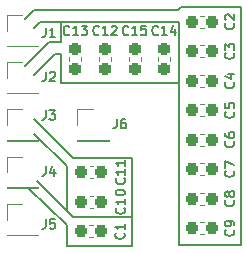
<source format=gto>
G04 #@! TF.GenerationSoftware,KiCad,Pcbnew,(7.0.0)*
G04 #@! TF.CreationDate,2023-03-10T18:19:13+01:00*
G04 #@! TF.ProjectId,CapacitorBox0603,43617061-6369-4746-9f72-426f78303630,rev?*
G04 #@! TF.SameCoordinates,Original*
G04 #@! TF.FileFunction,Legend,Top*
G04 #@! TF.FilePolarity,Positive*
%FSLAX46Y46*%
G04 Gerber Fmt 4.6, Leading zero omitted, Abs format (unit mm)*
G04 Created by KiCad (PCBNEW (7.0.0)) date 2023-03-10 18:19:13*
%MOMM*%
%LPD*%
G01*
G04 APERTURE LIST*
G04 Aperture macros list*
%AMRoundRect*
0 Rectangle with rounded corners*
0 $1 Rounding radius*
0 $2 $3 $4 $5 $6 $7 $8 $9 X,Y pos of 4 corners*
0 Add a 4 corners polygon primitive as box body*
4,1,4,$2,$3,$4,$5,$6,$7,$8,$9,$2,$3,0*
0 Add four circle primitives for the rounded corners*
1,1,$1+$1,$2,$3*
1,1,$1+$1,$4,$5*
1,1,$1+$1,$6,$7*
1,1,$1+$1,$8,$9*
0 Add four rect primitives between the rounded corners*
20,1,$1+$1,$2,$3,$4,$5,0*
20,1,$1+$1,$4,$5,$6,$7,0*
20,1,$1+$1,$6,$7,$8,$9,0*
20,1,$1+$1,$8,$9,$2,$3,0*%
G04 Aperture macros list end*
%ADD10C,0.150000*%
%ADD11C,0.120000*%
%ADD12RoundRect,0.237500X-0.300000X-0.237500X0.300000X-0.237500X0.300000X0.237500X-0.300000X0.237500X0*%
%ADD13RoundRect,0.237500X-0.237500X0.300000X-0.237500X-0.300000X0.237500X-0.300000X0.237500X0.300000X0*%
%ADD14R,1.700000X1.700000*%
G04 #@! TA.AperFunction,Profile*
%ADD15C,0.100000*%
G04 #@! TD*
G04 APERTURE END LIST*
D10*
X105250000Y-104000000D02*
X103250000Y-106000000D01*
X112300000Y-121250000D02*
X106750000Y-121250000D01*
X107250000Y-118750000D02*
X112300000Y-118750000D01*
X106750000Y-114500000D02*
X106750000Y-118250000D01*
X104000000Y-101250000D02*
X103250000Y-102000000D01*
X106250000Y-104000000D02*
X105250000Y-104000000D01*
X106750000Y-118250000D02*
X104250000Y-115750000D01*
X112300000Y-118750000D02*
X112300000Y-113750000D01*
X121500000Y-121200000D02*
X116250000Y-121200000D01*
X106750000Y-114500000D02*
X104000000Y-111750000D01*
X106750000Y-119500000D02*
X103500000Y-116330000D01*
X121500000Y-101000000D02*
X121500000Y-121200000D01*
X106250000Y-105000000D02*
X106250000Y-107400000D01*
X106250000Y-102250000D02*
X104500000Y-102250000D01*
X106750000Y-118250000D02*
X107250000Y-118750000D01*
X116425000Y-101000000D02*
X121500000Y-101000000D01*
X106750000Y-121250000D02*
X106750000Y-119500000D01*
X112300000Y-113750000D02*
X107250000Y-113750000D01*
X116250000Y-107400000D02*
X106250000Y-107400000D01*
X107250000Y-113750000D02*
X104000000Y-110500000D01*
X116250000Y-102250000D02*
X116250000Y-121200000D01*
X106250000Y-102250000D02*
X116250000Y-102250000D01*
X104500000Y-102250000D02*
X104000000Y-102750000D01*
X116425000Y-101000000D02*
X116200000Y-101250000D01*
X105750000Y-105000000D02*
X104000000Y-106750000D01*
X106250000Y-104000000D02*
X106250000Y-102250000D01*
X116200000Y-101250000D02*
X104000000Y-101250000D01*
X106250000Y-105000000D02*
X105750000Y-105000000D01*
X112300000Y-118750000D02*
X112300000Y-121250000D01*
X120880214Y-119883332D02*
X120918309Y-119921428D01*
X120918309Y-119921428D02*
X120956404Y-120035713D01*
X120956404Y-120035713D02*
X120956404Y-120111904D01*
X120956404Y-120111904D02*
X120918309Y-120226190D01*
X120918309Y-120226190D02*
X120842119Y-120302380D01*
X120842119Y-120302380D02*
X120765928Y-120340475D01*
X120765928Y-120340475D02*
X120613547Y-120378571D01*
X120613547Y-120378571D02*
X120499261Y-120378571D01*
X120499261Y-120378571D02*
X120346880Y-120340475D01*
X120346880Y-120340475D02*
X120270690Y-120302380D01*
X120270690Y-120302380D02*
X120194500Y-120226190D01*
X120194500Y-120226190D02*
X120156404Y-120111904D01*
X120156404Y-120111904D02*
X120156404Y-120035713D01*
X120156404Y-120035713D02*
X120194500Y-119921428D01*
X120194500Y-119921428D02*
X120232595Y-119883332D01*
X120956404Y-119502380D02*
X120956404Y-119349999D01*
X120956404Y-119349999D02*
X120918309Y-119273809D01*
X120918309Y-119273809D02*
X120880214Y-119235713D01*
X120880214Y-119235713D02*
X120765928Y-119159523D01*
X120765928Y-119159523D02*
X120613547Y-119121428D01*
X120613547Y-119121428D02*
X120308785Y-119121428D01*
X120308785Y-119121428D02*
X120232595Y-119159523D01*
X120232595Y-119159523D02*
X120194500Y-119197618D01*
X120194500Y-119197618D02*
X120156404Y-119273809D01*
X120156404Y-119273809D02*
X120156404Y-119426190D01*
X120156404Y-119426190D02*
X120194500Y-119502380D01*
X120194500Y-119502380D02*
X120232595Y-119540475D01*
X120232595Y-119540475D02*
X120308785Y-119578571D01*
X120308785Y-119578571D02*
X120499261Y-119578571D01*
X120499261Y-119578571D02*
X120575452Y-119540475D01*
X120575452Y-119540475D02*
X120613547Y-119502380D01*
X120613547Y-119502380D02*
X120651642Y-119426190D01*
X120651642Y-119426190D02*
X120651642Y-119273809D01*
X120651642Y-119273809D02*
X120613547Y-119197618D01*
X120613547Y-119197618D02*
X120575452Y-119159523D01*
X120575452Y-119159523D02*
X120499261Y-119121428D01*
X120880214Y-117383332D02*
X120918309Y-117421428D01*
X120918309Y-117421428D02*
X120956404Y-117535713D01*
X120956404Y-117535713D02*
X120956404Y-117611904D01*
X120956404Y-117611904D02*
X120918309Y-117726190D01*
X120918309Y-117726190D02*
X120842119Y-117802380D01*
X120842119Y-117802380D02*
X120765928Y-117840475D01*
X120765928Y-117840475D02*
X120613547Y-117878571D01*
X120613547Y-117878571D02*
X120499261Y-117878571D01*
X120499261Y-117878571D02*
X120346880Y-117840475D01*
X120346880Y-117840475D02*
X120270690Y-117802380D01*
X120270690Y-117802380D02*
X120194500Y-117726190D01*
X120194500Y-117726190D02*
X120156404Y-117611904D01*
X120156404Y-117611904D02*
X120156404Y-117535713D01*
X120156404Y-117535713D02*
X120194500Y-117421428D01*
X120194500Y-117421428D02*
X120232595Y-117383332D01*
X120499261Y-116926190D02*
X120461166Y-117002380D01*
X120461166Y-117002380D02*
X120423071Y-117040475D01*
X120423071Y-117040475D02*
X120346880Y-117078571D01*
X120346880Y-117078571D02*
X120308785Y-117078571D01*
X120308785Y-117078571D02*
X120232595Y-117040475D01*
X120232595Y-117040475D02*
X120194500Y-117002380D01*
X120194500Y-117002380D02*
X120156404Y-116926190D01*
X120156404Y-116926190D02*
X120156404Y-116773809D01*
X120156404Y-116773809D02*
X120194500Y-116697618D01*
X120194500Y-116697618D02*
X120232595Y-116659523D01*
X120232595Y-116659523D02*
X120308785Y-116621428D01*
X120308785Y-116621428D02*
X120346880Y-116621428D01*
X120346880Y-116621428D02*
X120423071Y-116659523D01*
X120423071Y-116659523D02*
X120461166Y-116697618D01*
X120461166Y-116697618D02*
X120499261Y-116773809D01*
X120499261Y-116773809D02*
X120499261Y-116926190D01*
X120499261Y-116926190D02*
X120537357Y-117002380D01*
X120537357Y-117002380D02*
X120575452Y-117040475D01*
X120575452Y-117040475D02*
X120651642Y-117078571D01*
X120651642Y-117078571D02*
X120804023Y-117078571D01*
X120804023Y-117078571D02*
X120880214Y-117040475D01*
X120880214Y-117040475D02*
X120918309Y-117002380D01*
X120918309Y-117002380D02*
X120956404Y-116926190D01*
X120956404Y-116926190D02*
X120956404Y-116773809D01*
X120956404Y-116773809D02*
X120918309Y-116697618D01*
X120918309Y-116697618D02*
X120880214Y-116659523D01*
X120880214Y-116659523D02*
X120804023Y-116621428D01*
X120804023Y-116621428D02*
X120651642Y-116621428D01*
X120651642Y-116621428D02*
X120575452Y-116659523D01*
X120575452Y-116659523D02*
X120537357Y-116697618D01*
X120537357Y-116697618D02*
X120499261Y-116773809D01*
X109485714Y-103317714D02*
X109447618Y-103355809D01*
X109447618Y-103355809D02*
X109333333Y-103393904D01*
X109333333Y-103393904D02*
X109257142Y-103393904D01*
X109257142Y-103393904D02*
X109142856Y-103355809D01*
X109142856Y-103355809D02*
X109066666Y-103279619D01*
X109066666Y-103279619D02*
X109028571Y-103203428D01*
X109028571Y-103203428D02*
X108990475Y-103051047D01*
X108990475Y-103051047D02*
X108990475Y-102936761D01*
X108990475Y-102936761D02*
X109028571Y-102784380D01*
X109028571Y-102784380D02*
X109066666Y-102708190D01*
X109066666Y-102708190D02*
X109142856Y-102632000D01*
X109142856Y-102632000D02*
X109257142Y-102593904D01*
X109257142Y-102593904D02*
X109333333Y-102593904D01*
X109333333Y-102593904D02*
X109447618Y-102632000D01*
X109447618Y-102632000D02*
X109485714Y-102670095D01*
X110247618Y-103393904D02*
X109790475Y-103393904D01*
X110019047Y-103393904D02*
X110019047Y-102593904D01*
X110019047Y-102593904D02*
X109942856Y-102708190D01*
X109942856Y-102708190D02*
X109866666Y-102784380D01*
X109866666Y-102784380D02*
X109790475Y-102822476D01*
X110552380Y-102670095D02*
X110590476Y-102632000D01*
X110590476Y-102632000D02*
X110666666Y-102593904D01*
X110666666Y-102593904D02*
X110857142Y-102593904D01*
X110857142Y-102593904D02*
X110933333Y-102632000D01*
X110933333Y-102632000D02*
X110971428Y-102670095D01*
X110971428Y-102670095D02*
X111009523Y-102746285D01*
X111009523Y-102746285D02*
X111009523Y-102822476D01*
X111009523Y-102822476D02*
X110971428Y-102936761D01*
X110971428Y-102936761D02*
X110514285Y-103393904D01*
X110514285Y-103393904D02*
X111009523Y-103393904D01*
X104983333Y-114493904D02*
X104983333Y-115065333D01*
X104983333Y-115065333D02*
X104945238Y-115179619D01*
X104945238Y-115179619D02*
X104869047Y-115255809D01*
X104869047Y-115255809D02*
X104754762Y-115293904D01*
X104754762Y-115293904D02*
X104678571Y-115293904D01*
X105707143Y-114760571D02*
X105707143Y-115293904D01*
X105516667Y-114455809D02*
X105326190Y-115027238D01*
X105326190Y-115027238D02*
X105821429Y-115027238D01*
X104983333Y-118993904D02*
X104983333Y-119565333D01*
X104983333Y-119565333D02*
X104945238Y-119679619D01*
X104945238Y-119679619D02*
X104869047Y-119755809D01*
X104869047Y-119755809D02*
X104754762Y-119793904D01*
X104754762Y-119793904D02*
X104678571Y-119793904D01*
X105745238Y-118993904D02*
X105364286Y-118993904D01*
X105364286Y-118993904D02*
X105326190Y-119374857D01*
X105326190Y-119374857D02*
X105364286Y-119336761D01*
X105364286Y-119336761D02*
X105440476Y-119298666D01*
X105440476Y-119298666D02*
X105630952Y-119298666D01*
X105630952Y-119298666D02*
X105707143Y-119336761D01*
X105707143Y-119336761D02*
X105745238Y-119374857D01*
X105745238Y-119374857D02*
X105783333Y-119451047D01*
X105783333Y-119451047D02*
X105783333Y-119641523D01*
X105783333Y-119641523D02*
X105745238Y-119717714D01*
X105745238Y-119717714D02*
X105707143Y-119755809D01*
X105707143Y-119755809D02*
X105630952Y-119793904D01*
X105630952Y-119793904D02*
X105440476Y-119793904D01*
X105440476Y-119793904D02*
X105364286Y-119755809D01*
X105364286Y-119755809D02*
X105326190Y-119717714D01*
X111985714Y-103317714D02*
X111947618Y-103355809D01*
X111947618Y-103355809D02*
X111833333Y-103393904D01*
X111833333Y-103393904D02*
X111757142Y-103393904D01*
X111757142Y-103393904D02*
X111642856Y-103355809D01*
X111642856Y-103355809D02*
X111566666Y-103279619D01*
X111566666Y-103279619D02*
X111528571Y-103203428D01*
X111528571Y-103203428D02*
X111490475Y-103051047D01*
X111490475Y-103051047D02*
X111490475Y-102936761D01*
X111490475Y-102936761D02*
X111528571Y-102784380D01*
X111528571Y-102784380D02*
X111566666Y-102708190D01*
X111566666Y-102708190D02*
X111642856Y-102632000D01*
X111642856Y-102632000D02*
X111757142Y-102593904D01*
X111757142Y-102593904D02*
X111833333Y-102593904D01*
X111833333Y-102593904D02*
X111947618Y-102632000D01*
X111947618Y-102632000D02*
X111985714Y-102670095D01*
X112747618Y-103393904D02*
X112290475Y-103393904D01*
X112519047Y-103393904D02*
X112519047Y-102593904D01*
X112519047Y-102593904D02*
X112442856Y-102708190D01*
X112442856Y-102708190D02*
X112366666Y-102784380D01*
X112366666Y-102784380D02*
X112290475Y-102822476D01*
X113471428Y-102593904D02*
X113090476Y-102593904D01*
X113090476Y-102593904D02*
X113052380Y-102974857D01*
X113052380Y-102974857D02*
X113090476Y-102936761D01*
X113090476Y-102936761D02*
X113166666Y-102898666D01*
X113166666Y-102898666D02*
X113357142Y-102898666D01*
X113357142Y-102898666D02*
X113433333Y-102936761D01*
X113433333Y-102936761D02*
X113471428Y-102974857D01*
X113471428Y-102974857D02*
X113509523Y-103051047D01*
X113509523Y-103051047D02*
X113509523Y-103241523D01*
X113509523Y-103241523D02*
X113471428Y-103317714D01*
X113471428Y-103317714D02*
X113433333Y-103355809D01*
X113433333Y-103355809D02*
X113357142Y-103393904D01*
X113357142Y-103393904D02*
X113166666Y-103393904D01*
X113166666Y-103393904D02*
X113090476Y-103355809D01*
X113090476Y-103355809D02*
X113052380Y-103317714D01*
X106985714Y-103317714D02*
X106947618Y-103355809D01*
X106947618Y-103355809D02*
X106833333Y-103393904D01*
X106833333Y-103393904D02*
X106757142Y-103393904D01*
X106757142Y-103393904D02*
X106642856Y-103355809D01*
X106642856Y-103355809D02*
X106566666Y-103279619D01*
X106566666Y-103279619D02*
X106528571Y-103203428D01*
X106528571Y-103203428D02*
X106490475Y-103051047D01*
X106490475Y-103051047D02*
X106490475Y-102936761D01*
X106490475Y-102936761D02*
X106528571Y-102784380D01*
X106528571Y-102784380D02*
X106566666Y-102708190D01*
X106566666Y-102708190D02*
X106642856Y-102632000D01*
X106642856Y-102632000D02*
X106757142Y-102593904D01*
X106757142Y-102593904D02*
X106833333Y-102593904D01*
X106833333Y-102593904D02*
X106947618Y-102632000D01*
X106947618Y-102632000D02*
X106985714Y-102670095D01*
X107747618Y-103393904D02*
X107290475Y-103393904D01*
X107519047Y-103393904D02*
X107519047Y-102593904D01*
X107519047Y-102593904D02*
X107442856Y-102708190D01*
X107442856Y-102708190D02*
X107366666Y-102784380D01*
X107366666Y-102784380D02*
X107290475Y-102822476D01*
X108014285Y-102593904D02*
X108509523Y-102593904D01*
X108509523Y-102593904D02*
X108242857Y-102898666D01*
X108242857Y-102898666D02*
X108357142Y-102898666D01*
X108357142Y-102898666D02*
X108433333Y-102936761D01*
X108433333Y-102936761D02*
X108471428Y-102974857D01*
X108471428Y-102974857D02*
X108509523Y-103051047D01*
X108509523Y-103051047D02*
X108509523Y-103241523D01*
X108509523Y-103241523D02*
X108471428Y-103317714D01*
X108471428Y-103317714D02*
X108433333Y-103355809D01*
X108433333Y-103355809D02*
X108357142Y-103393904D01*
X108357142Y-103393904D02*
X108128571Y-103393904D01*
X108128571Y-103393904D02*
X108052380Y-103355809D01*
X108052380Y-103355809D02*
X108014285Y-103317714D01*
X104983333Y-102743904D02*
X104983333Y-103315333D01*
X104983333Y-103315333D02*
X104945238Y-103429619D01*
X104945238Y-103429619D02*
X104869047Y-103505809D01*
X104869047Y-103505809D02*
X104754762Y-103543904D01*
X104754762Y-103543904D02*
X104678571Y-103543904D01*
X105783333Y-103543904D02*
X105326190Y-103543904D01*
X105554762Y-103543904D02*
X105554762Y-102743904D01*
X105554762Y-102743904D02*
X105478571Y-102858190D01*
X105478571Y-102858190D02*
X105402381Y-102934380D01*
X105402381Y-102934380D02*
X105326190Y-102972476D01*
X110983333Y-110493904D02*
X110983333Y-111065333D01*
X110983333Y-111065333D02*
X110945238Y-111179619D01*
X110945238Y-111179619D02*
X110869047Y-111255809D01*
X110869047Y-111255809D02*
X110754762Y-111293904D01*
X110754762Y-111293904D02*
X110678571Y-111293904D01*
X111707143Y-110493904D02*
X111554762Y-110493904D01*
X111554762Y-110493904D02*
X111478571Y-110532000D01*
X111478571Y-110532000D02*
X111440476Y-110570095D01*
X111440476Y-110570095D02*
X111364286Y-110684380D01*
X111364286Y-110684380D02*
X111326190Y-110836761D01*
X111326190Y-110836761D02*
X111326190Y-111141523D01*
X111326190Y-111141523D02*
X111364286Y-111217714D01*
X111364286Y-111217714D02*
X111402381Y-111255809D01*
X111402381Y-111255809D02*
X111478571Y-111293904D01*
X111478571Y-111293904D02*
X111630952Y-111293904D01*
X111630952Y-111293904D02*
X111707143Y-111255809D01*
X111707143Y-111255809D02*
X111745238Y-111217714D01*
X111745238Y-111217714D02*
X111783333Y-111141523D01*
X111783333Y-111141523D02*
X111783333Y-110951047D01*
X111783333Y-110951047D02*
X111745238Y-110874857D01*
X111745238Y-110874857D02*
X111707143Y-110836761D01*
X111707143Y-110836761D02*
X111630952Y-110798666D01*
X111630952Y-110798666D02*
X111478571Y-110798666D01*
X111478571Y-110798666D02*
X111402381Y-110836761D01*
X111402381Y-110836761D02*
X111364286Y-110874857D01*
X111364286Y-110874857D02*
X111326190Y-110951047D01*
X111617714Y-118014285D02*
X111655809Y-118052381D01*
X111655809Y-118052381D02*
X111693904Y-118166666D01*
X111693904Y-118166666D02*
X111693904Y-118242857D01*
X111693904Y-118242857D02*
X111655809Y-118357143D01*
X111655809Y-118357143D02*
X111579619Y-118433333D01*
X111579619Y-118433333D02*
X111503428Y-118471428D01*
X111503428Y-118471428D02*
X111351047Y-118509524D01*
X111351047Y-118509524D02*
X111236761Y-118509524D01*
X111236761Y-118509524D02*
X111084380Y-118471428D01*
X111084380Y-118471428D02*
X111008190Y-118433333D01*
X111008190Y-118433333D02*
X110932000Y-118357143D01*
X110932000Y-118357143D02*
X110893904Y-118242857D01*
X110893904Y-118242857D02*
X110893904Y-118166666D01*
X110893904Y-118166666D02*
X110932000Y-118052381D01*
X110932000Y-118052381D02*
X110970095Y-118014285D01*
X111693904Y-117252381D02*
X111693904Y-117709524D01*
X111693904Y-117480952D02*
X110893904Y-117480952D01*
X110893904Y-117480952D02*
X111008190Y-117557143D01*
X111008190Y-117557143D02*
X111084380Y-117633333D01*
X111084380Y-117633333D02*
X111122476Y-117709524D01*
X110893904Y-116757142D02*
X110893904Y-116680952D01*
X110893904Y-116680952D02*
X110932000Y-116604761D01*
X110932000Y-116604761D02*
X110970095Y-116566666D01*
X110970095Y-116566666D02*
X111046285Y-116528571D01*
X111046285Y-116528571D02*
X111198666Y-116490476D01*
X111198666Y-116490476D02*
X111389142Y-116490476D01*
X111389142Y-116490476D02*
X111541523Y-116528571D01*
X111541523Y-116528571D02*
X111617714Y-116566666D01*
X111617714Y-116566666D02*
X111655809Y-116604761D01*
X111655809Y-116604761D02*
X111693904Y-116680952D01*
X111693904Y-116680952D02*
X111693904Y-116757142D01*
X111693904Y-116757142D02*
X111655809Y-116833333D01*
X111655809Y-116833333D02*
X111617714Y-116871428D01*
X111617714Y-116871428D02*
X111541523Y-116909523D01*
X111541523Y-116909523D02*
X111389142Y-116947619D01*
X111389142Y-116947619D02*
X111198666Y-116947619D01*
X111198666Y-116947619D02*
X111046285Y-116909523D01*
X111046285Y-116909523D02*
X110970095Y-116871428D01*
X110970095Y-116871428D02*
X110932000Y-116833333D01*
X110932000Y-116833333D02*
X110893904Y-116757142D01*
X114485714Y-103317714D02*
X114447618Y-103355809D01*
X114447618Y-103355809D02*
X114333333Y-103393904D01*
X114333333Y-103393904D02*
X114257142Y-103393904D01*
X114257142Y-103393904D02*
X114142856Y-103355809D01*
X114142856Y-103355809D02*
X114066666Y-103279619D01*
X114066666Y-103279619D02*
X114028571Y-103203428D01*
X114028571Y-103203428D02*
X113990475Y-103051047D01*
X113990475Y-103051047D02*
X113990475Y-102936761D01*
X113990475Y-102936761D02*
X114028571Y-102784380D01*
X114028571Y-102784380D02*
X114066666Y-102708190D01*
X114066666Y-102708190D02*
X114142856Y-102632000D01*
X114142856Y-102632000D02*
X114257142Y-102593904D01*
X114257142Y-102593904D02*
X114333333Y-102593904D01*
X114333333Y-102593904D02*
X114447618Y-102632000D01*
X114447618Y-102632000D02*
X114485714Y-102670095D01*
X115247618Y-103393904D02*
X114790475Y-103393904D01*
X115019047Y-103393904D02*
X115019047Y-102593904D01*
X115019047Y-102593904D02*
X114942856Y-102708190D01*
X114942856Y-102708190D02*
X114866666Y-102784380D01*
X114866666Y-102784380D02*
X114790475Y-102822476D01*
X115933333Y-102860571D02*
X115933333Y-103393904D01*
X115742857Y-102555809D02*
X115552380Y-103127238D01*
X115552380Y-103127238D02*
X116047619Y-103127238D01*
X120880214Y-114883332D02*
X120918309Y-114921428D01*
X120918309Y-114921428D02*
X120956404Y-115035713D01*
X120956404Y-115035713D02*
X120956404Y-115111904D01*
X120956404Y-115111904D02*
X120918309Y-115226190D01*
X120918309Y-115226190D02*
X120842119Y-115302380D01*
X120842119Y-115302380D02*
X120765928Y-115340475D01*
X120765928Y-115340475D02*
X120613547Y-115378571D01*
X120613547Y-115378571D02*
X120499261Y-115378571D01*
X120499261Y-115378571D02*
X120346880Y-115340475D01*
X120346880Y-115340475D02*
X120270690Y-115302380D01*
X120270690Y-115302380D02*
X120194500Y-115226190D01*
X120194500Y-115226190D02*
X120156404Y-115111904D01*
X120156404Y-115111904D02*
X120156404Y-115035713D01*
X120156404Y-115035713D02*
X120194500Y-114921428D01*
X120194500Y-114921428D02*
X120232595Y-114883332D01*
X120156404Y-114616666D02*
X120156404Y-114083332D01*
X120156404Y-114083332D02*
X120956404Y-114426190D01*
X120880214Y-104883332D02*
X120918309Y-104921428D01*
X120918309Y-104921428D02*
X120956404Y-105035713D01*
X120956404Y-105035713D02*
X120956404Y-105111904D01*
X120956404Y-105111904D02*
X120918309Y-105226190D01*
X120918309Y-105226190D02*
X120842119Y-105302380D01*
X120842119Y-105302380D02*
X120765928Y-105340475D01*
X120765928Y-105340475D02*
X120613547Y-105378571D01*
X120613547Y-105378571D02*
X120499261Y-105378571D01*
X120499261Y-105378571D02*
X120346880Y-105340475D01*
X120346880Y-105340475D02*
X120270690Y-105302380D01*
X120270690Y-105302380D02*
X120194500Y-105226190D01*
X120194500Y-105226190D02*
X120156404Y-105111904D01*
X120156404Y-105111904D02*
X120156404Y-105035713D01*
X120156404Y-105035713D02*
X120194500Y-104921428D01*
X120194500Y-104921428D02*
X120232595Y-104883332D01*
X120156404Y-104616666D02*
X120156404Y-104121428D01*
X120156404Y-104121428D02*
X120461166Y-104388094D01*
X120461166Y-104388094D02*
X120461166Y-104273809D01*
X120461166Y-104273809D02*
X120499261Y-104197618D01*
X120499261Y-104197618D02*
X120537357Y-104159523D01*
X120537357Y-104159523D02*
X120613547Y-104121428D01*
X120613547Y-104121428D02*
X120804023Y-104121428D01*
X120804023Y-104121428D02*
X120880214Y-104159523D01*
X120880214Y-104159523D02*
X120918309Y-104197618D01*
X120918309Y-104197618D02*
X120956404Y-104273809D01*
X120956404Y-104273809D02*
X120956404Y-104502380D01*
X120956404Y-104502380D02*
X120918309Y-104578571D01*
X120918309Y-104578571D02*
X120880214Y-104616666D01*
X104983333Y-109743904D02*
X104983333Y-110315333D01*
X104983333Y-110315333D02*
X104945238Y-110429619D01*
X104945238Y-110429619D02*
X104869047Y-110505809D01*
X104869047Y-110505809D02*
X104754762Y-110543904D01*
X104754762Y-110543904D02*
X104678571Y-110543904D01*
X105288095Y-109743904D02*
X105783333Y-109743904D01*
X105783333Y-109743904D02*
X105516667Y-110048666D01*
X105516667Y-110048666D02*
X105630952Y-110048666D01*
X105630952Y-110048666D02*
X105707143Y-110086761D01*
X105707143Y-110086761D02*
X105745238Y-110124857D01*
X105745238Y-110124857D02*
X105783333Y-110201047D01*
X105783333Y-110201047D02*
X105783333Y-110391523D01*
X105783333Y-110391523D02*
X105745238Y-110467714D01*
X105745238Y-110467714D02*
X105707143Y-110505809D01*
X105707143Y-110505809D02*
X105630952Y-110543904D01*
X105630952Y-110543904D02*
X105402381Y-110543904D01*
X105402381Y-110543904D02*
X105326190Y-110505809D01*
X105326190Y-110505809D02*
X105288095Y-110467714D01*
X120880214Y-107383332D02*
X120918309Y-107421428D01*
X120918309Y-107421428D02*
X120956404Y-107535713D01*
X120956404Y-107535713D02*
X120956404Y-107611904D01*
X120956404Y-107611904D02*
X120918309Y-107726190D01*
X120918309Y-107726190D02*
X120842119Y-107802380D01*
X120842119Y-107802380D02*
X120765928Y-107840475D01*
X120765928Y-107840475D02*
X120613547Y-107878571D01*
X120613547Y-107878571D02*
X120499261Y-107878571D01*
X120499261Y-107878571D02*
X120346880Y-107840475D01*
X120346880Y-107840475D02*
X120270690Y-107802380D01*
X120270690Y-107802380D02*
X120194500Y-107726190D01*
X120194500Y-107726190D02*
X120156404Y-107611904D01*
X120156404Y-107611904D02*
X120156404Y-107535713D01*
X120156404Y-107535713D02*
X120194500Y-107421428D01*
X120194500Y-107421428D02*
X120232595Y-107383332D01*
X120423071Y-106697618D02*
X120956404Y-106697618D01*
X120118309Y-106888094D02*
X120689738Y-107078571D01*
X120689738Y-107078571D02*
X120689738Y-106583332D01*
X120880214Y-102383332D02*
X120918309Y-102421428D01*
X120918309Y-102421428D02*
X120956404Y-102535713D01*
X120956404Y-102535713D02*
X120956404Y-102611904D01*
X120956404Y-102611904D02*
X120918309Y-102726190D01*
X120918309Y-102726190D02*
X120842119Y-102802380D01*
X120842119Y-102802380D02*
X120765928Y-102840475D01*
X120765928Y-102840475D02*
X120613547Y-102878571D01*
X120613547Y-102878571D02*
X120499261Y-102878571D01*
X120499261Y-102878571D02*
X120346880Y-102840475D01*
X120346880Y-102840475D02*
X120270690Y-102802380D01*
X120270690Y-102802380D02*
X120194500Y-102726190D01*
X120194500Y-102726190D02*
X120156404Y-102611904D01*
X120156404Y-102611904D02*
X120156404Y-102535713D01*
X120156404Y-102535713D02*
X120194500Y-102421428D01*
X120194500Y-102421428D02*
X120232595Y-102383332D01*
X120232595Y-102078571D02*
X120194500Y-102040475D01*
X120194500Y-102040475D02*
X120156404Y-101964285D01*
X120156404Y-101964285D02*
X120156404Y-101773809D01*
X120156404Y-101773809D02*
X120194500Y-101697618D01*
X120194500Y-101697618D02*
X120232595Y-101659523D01*
X120232595Y-101659523D02*
X120308785Y-101621428D01*
X120308785Y-101621428D02*
X120384976Y-101621428D01*
X120384976Y-101621428D02*
X120499261Y-101659523D01*
X120499261Y-101659523D02*
X120956404Y-102116666D01*
X120956404Y-102116666D02*
X120956404Y-101621428D01*
X120880214Y-112383332D02*
X120918309Y-112421428D01*
X120918309Y-112421428D02*
X120956404Y-112535713D01*
X120956404Y-112535713D02*
X120956404Y-112611904D01*
X120956404Y-112611904D02*
X120918309Y-112726190D01*
X120918309Y-112726190D02*
X120842119Y-112802380D01*
X120842119Y-112802380D02*
X120765928Y-112840475D01*
X120765928Y-112840475D02*
X120613547Y-112878571D01*
X120613547Y-112878571D02*
X120499261Y-112878571D01*
X120499261Y-112878571D02*
X120346880Y-112840475D01*
X120346880Y-112840475D02*
X120270690Y-112802380D01*
X120270690Y-112802380D02*
X120194500Y-112726190D01*
X120194500Y-112726190D02*
X120156404Y-112611904D01*
X120156404Y-112611904D02*
X120156404Y-112535713D01*
X120156404Y-112535713D02*
X120194500Y-112421428D01*
X120194500Y-112421428D02*
X120232595Y-112383332D01*
X120156404Y-111697618D02*
X120156404Y-111849999D01*
X120156404Y-111849999D02*
X120194500Y-111926190D01*
X120194500Y-111926190D02*
X120232595Y-111964285D01*
X120232595Y-111964285D02*
X120346880Y-112040475D01*
X120346880Y-112040475D02*
X120499261Y-112078571D01*
X120499261Y-112078571D02*
X120804023Y-112078571D01*
X120804023Y-112078571D02*
X120880214Y-112040475D01*
X120880214Y-112040475D02*
X120918309Y-112002380D01*
X120918309Y-112002380D02*
X120956404Y-111926190D01*
X120956404Y-111926190D02*
X120956404Y-111773809D01*
X120956404Y-111773809D02*
X120918309Y-111697618D01*
X120918309Y-111697618D02*
X120880214Y-111659523D01*
X120880214Y-111659523D02*
X120804023Y-111621428D01*
X120804023Y-111621428D02*
X120613547Y-111621428D01*
X120613547Y-111621428D02*
X120537357Y-111659523D01*
X120537357Y-111659523D02*
X120499261Y-111697618D01*
X120499261Y-111697618D02*
X120461166Y-111773809D01*
X120461166Y-111773809D02*
X120461166Y-111926190D01*
X120461166Y-111926190D02*
X120499261Y-112002380D01*
X120499261Y-112002380D02*
X120537357Y-112040475D01*
X120537357Y-112040475D02*
X120613547Y-112078571D01*
X111617714Y-115514285D02*
X111655809Y-115552381D01*
X111655809Y-115552381D02*
X111693904Y-115666666D01*
X111693904Y-115666666D02*
X111693904Y-115742857D01*
X111693904Y-115742857D02*
X111655809Y-115857143D01*
X111655809Y-115857143D02*
X111579619Y-115933333D01*
X111579619Y-115933333D02*
X111503428Y-115971428D01*
X111503428Y-115971428D02*
X111351047Y-116009524D01*
X111351047Y-116009524D02*
X111236761Y-116009524D01*
X111236761Y-116009524D02*
X111084380Y-115971428D01*
X111084380Y-115971428D02*
X111008190Y-115933333D01*
X111008190Y-115933333D02*
X110932000Y-115857143D01*
X110932000Y-115857143D02*
X110893904Y-115742857D01*
X110893904Y-115742857D02*
X110893904Y-115666666D01*
X110893904Y-115666666D02*
X110932000Y-115552381D01*
X110932000Y-115552381D02*
X110970095Y-115514285D01*
X111693904Y-114752381D02*
X111693904Y-115209524D01*
X111693904Y-114980952D02*
X110893904Y-114980952D01*
X110893904Y-114980952D02*
X111008190Y-115057143D01*
X111008190Y-115057143D02*
X111084380Y-115133333D01*
X111084380Y-115133333D02*
X111122476Y-115209524D01*
X111693904Y-113990476D02*
X111693904Y-114447619D01*
X111693904Y-114219047D02*
X110893904Y-114219047D01*
X110893904Y-114219047D02*
X111008190Y-114295238D01*
X111008190Y-114295238D02*
X111084380Y-114371428D01*
X111084380Y-114371428D02*
X111122476Y-114447619D01*
X104983333Y-106493904D02*
X104983333Y-107065333D01*
X104983333Y-107065333D02*
X104945238Y-107179619D01*
X104945238Y-107179619D02*
X104869047Y-107255809D01*
X104869047Y-107255809D02*
X104754762Y-107293904D01*
X104754762Y-107293904D02*
X104678571Y-107293904D01*
X105326190Y-106570095D02*
X105364286Y-106532000D01*
X105364286Y-106532000D02*
X105440476Y-106493904D01*
X105440476Y-106493904D02*
X105630952Y-106493904D01*
X105630952Y-106493904D02*
X105707143Y-106532000D01*
X105707143Y-106532000D02*
X105745238Y-106570095D01*
X105745238Y-106570095D02*
X105783333Y-106646285D01*
X105783333Y-106646285D02*
X105783333Y-106722476D01*
X105783333Y-106722476D02*
X105745238Y-106836761D01*
X105745238Y-106836761D02*
X105288095Y-107293904D01*
X105288095Y-107293904D02*
X105783333Y-107293904D01*
X120880214Y-109883332D02*
X120918309Y-109921428D01*
X120918309Y-109921428D02*
X120956404Y-110035713D01*
X120956404Y-110035713D02*
X120956404Y-110111904D01*
X120956404Y-110111904D02*
X120918309Y-110226190D01*
X120918309Y-110226190D02*
X120842119Y-110302380D01*
X120842119Y-110302380D02*
X120765928Y-110340475D01*
X120765928Y-110340475D02*
X120613547Y-110378571D01*
X120613547Y-110378571D02*
X120499261Y-110378571D01*
X120499261Y-110378571D02*
X120346880Y-110340475D01*
X120346880Y-110340475D02*
X120270690Y-110302380D01*
X120270690Y-110302380D02*
X120194500Y-110226190D01*
X120194500Y-110226190D02*
X120156404Y-110111904D01*
X120156404Y-110111904D02*
X120156404Y-110035713D01*
X120156404Y-110035713D02*
X120194500Y-109921428D01*
X120194500Y-109921428D02*
X120232595Y-109883332D01*
X120156404Y-109159523D02*
X120156404Y-109540475D01*
X120156404Y-109540475D02*
X120537357Y-109578571D01*
X120537357Y-109578571D02*
X120499261Y-109540475D01*
X120499261Y-109540475D02*
X120461166Y-109464285D01*
X120461166Y-109464285D02*
X120461166Y-109273809D01*
X120461166Y-109273809D02*
X120499261Y-109197618D01*
X120499261Y-109197618D02*
X120537357Y-109159523D01*
X120537357Y-109159523D02*
X120613547Y-109121428D01*
X120613547Y-109121428D02*
X120804023Y-109121428D01*
X120804023Y-109121428D02*
X120880214Y-109159523D01*
X120880214Y-109159523D02*
X120918309Y-109197618D01*
X120918309Y-109197618D02*
X120956404Y-109273809D01*
X120956404Y-109273809D02*
X120956404Y-109464285D01*
X120956404Y-109464285D02*
X120918309Y-109540475D01*
X120918309Y-109540475D02*
X120880214Y-109578571D01*
X111580214Y-120133332D02*
X111618309Y-120171428D01*
X111618309Y-120171428D02*
X111656404Y-120285713D01*
X111656404Y-120285713D02*
X111656404Y-120361904D01*
X111656404Y-120361904D02*
X111618309Y-120476190D01*
X111618309Y-120476190D02*
X111542119Y-120552380D01*
X111542119Y-120552380D02*
X111465928Y-120590475D01*
X111465928Y-120590475D02*
X111313547Y-120628571D01*
X111313547Y-120628571D02*
X111199261Y-120628571D01*
X111199261Y-120628571D02*
X111046880Y-120590475D01*
X111046880Y-120590475D02*
X110970690Y-120552380D01*
X110970690Y-120552380D02*
X110894500Y-120476190D01*
X110894500Y-120476190D02*
X110856404Y-120361904D01*
X110856404Y-120361904D02*
X110856404Y-120285713D01*
X110856404Y-120285713D02*
X110894500Y-120171428D01*
X110894500Y-120171428D02*
X110932595Y-120133332D01*
X111656404Y-119371428D02*
X111656404Y-119828571D01*
X111656404Y-119599999D02*
X110856404Y-119599999D01*
X110856404Y-119599999D02*
X110970690Y-119676190D01*
X110970690Y-119676190D02*
X111046880Y-119752380D01*
X111046880Y-119752380D02*
X111084976Y-119828571D01*
D11*
X118053733Y-119240000D02*
X118346267Y-119240000D01*
X118053733Y-120260000D02*
X118346267Y-120260000D01*
X118053733Y-117760000D02*
X118346267Y-117760000D01*
X118053733Y-116740000D02*
X118346267Y-116740000D01*
X109490000Y-105253733D02*
X109490000Y-105546267D01*
X110510000Y-105253733D02*
X110510000Y-105546267D01*
X101670000Y-115000000D02*
X101670000Y-113670000D01*
X101670000Y-116330000D02*
X104330000Y-116330000D01*
X104330000Y-116270000D02*
X104330000Y-116330000D01*
X101670000Y-116270000D02*
X104330000Y-116270000D01*
X101670000Y-116270000D02*
X101670000Y-116330000D01*
X101670000Y-113670000D02*
X103000000Y-113670000D01*
X101670000Y-117670000D02*
X103000000Y-117670000D01*
X101670000Y-120330000D02*
X104330000Y-120330000D01*
X101670000Y-120270000D02*
X104330000Y-120270000D01*
X101670000Y-120270000D02*
X101670000Y-120330000D01*
X101670000Y-119000000D02*
X101670000Y-117670000D01*
X104330000Y-120270000D02*
X104330000Y-120330000D01*
X113010000Y-105253733D02*
X113010000Y-105546267D01*
X111990000Y-105253733D02*
X111990000Y-105546267D01*
X106990000Y-105253733D02*
X106990000Y-105546267D01*
X108010000Y-105253733D02*
X108010000Y-105546267D01*
X101670000Y-104270000D02*
X101670000Y-104330000D01*
X101670000Y-104330000D02*
X104330000Y-104330000D01*
X101670000Y-104270000D02*
X104330000Y-104270000D01*
X101670000Y-101670000D02*
X103000000Y-101670000D01*
X104330000Y-104270000D02*
X104330000Y-104330000D01*
X101670000Y-103000000D02*
X101670000Y-101670000D01*
X107670000Y-109670000D02*
X109000000Y-109670000D01*
X107670000Y-111000000D02*
X107670000Y-109670000D01*
X110330000Y-112270000D02*
X110330000Y-112330000D01*
X107670000Y-112270000D02*
X110330000Y-112270000D01*
X107670000Y-112270000D02*
X107670000Y-112330000D01*
X107670000Y-112330000D02*
X110330000Y-112330000D01*
X108691233Y-116990000D02*
X108983767Y-116990000D01*
X108691233Y-118010000D02*
X108983767Y-118010000D01*
X115510000Y-105253733D02*
X115510000Y-105546267D01*
X114490000Y-105253733D02*
X114490000Y-105546267D01*
X118053733Y-114240000D02*
X118346267Y-114240000D01*
X118053733Y-115260000D02*
X118346267Y-115260000D01*
X118053733Y-105260000D02*
X118346267Y-105260000D01*
X118053733Y-104240000D02*
X118346267Y-104240000D01*
X101670000Y-112330000D02*
X104330000Y-112330000D01*
X104330000Y-112270000D02*
X104330000Y-112330000D01*
X101670000Y-112270000D02*
X104330000Y-112270000D01*
X101670000Y-112270000D02*
X101670000Y-112330000D01*
X101670000Y-109670000D02*
X103000000Y-109670000D01*
X101670000Y-111000000D02*
X101670000Y-109670000D01*
X118053733Y-106740000D02*
X118346267Y-106740000D01*
X118053733Y-107760000D02*
X118346267Y-107760000D01*
X118053733Y-102760000D02*
X118346267Y-102760000D01*
X118053733Y-101740000D02*
X118346267Y-101740000D01*
X118053733Y-112760000D02*
X118346267Y-112760000D01*
X118053733Y-111740000D02*
X118346267Y-111740000D01*
X108691233Y-114490000D02*
X108983767Y-114490000D01*
X108691233Y-115510000D02*
X108983767Y-115510000D01*
X101670000Y-107000000D02*
X101670000Y-105670000D01*
X101670000Y-108330000D02*
X104330000Y-108330000D01*
X101670000Y-108270000D02*
X101670000Y-108330000D01*
X104330000Y-108270000D02*
X104330000Y-108330000D01*
X101670000Y-108270000D02*
X104330000Y-108270000D01*
X101670000Y-105670000D02*
X103000000Y-105670000D01*
X118053733Y-109240000D02*
X118346267Y-109240000D01*
X118053733Y-110260000D02*
X118346267Y-110260000D01*
X108653733Y-119490000D02*
X108946267Y-119490000D01*
X108653733Y-120510000D02*
X108946267Y-120510000D01*
%LPC*%
D12*
X117337500Y-119750000D03*
X119062500Y-119750000D03*
X117337500Y-117250000D03*
X119062500Y-117250000D03*
D13*
X110000000Y-104537500D03*
X110000000Y-106262500D03*
D14*
X102999999Y-114999999D03*
X102999999Y-118999999D03*
D13*
X112500000Y-104537500D03*
X112500000Y-106262500D03*
X107500000Y-104537500D03*
X107500000Y-106262500D03*
D14*
X102999999Y-102999999D03*
X108999999Y-110999999D03*
D12*
X107975000Y-117500000D03*
X109700000Y-117500000D03*
D13*
X115000000Y-104537500D03*
X115000000Y-106262500D03*
D12*
X117337500Y-114750000D03*
X119062500Y-114750000D03*
X117337500Y-104750000D03*
X119062500Y-104750000D03*
D14*
X102999999Y-110999999D03*
D12*
X117337500Y-107250000D03*
X119062500Y-107250000D03*
X117337500Y-102250000D03*
X119062500Y-102250000D03*
X117337500Y-112250000D03*
X119062500Y-112250000D03*
X107975000Y-115000000D03*
X109700000Y-115000000D03*
D14*
X102999999Y-106999999D03*
D12*
X117337500Y-109750000D03*
X119062500Y-109750000D03*
X107937500Y-120000000D03*
X109662500Y-120000000D03*
D15*
X101000000Y-100000000D02*
X122000000Y-100000000D01*
X122000000Y-100000000D02*
X122000000Y-122000000D01*
X122000000Y-122000000D02*
X101000000Y-122000000D01*
X101000000Y-100000000D02*
X101000000Y-122000000D01*
M02*

</source>
